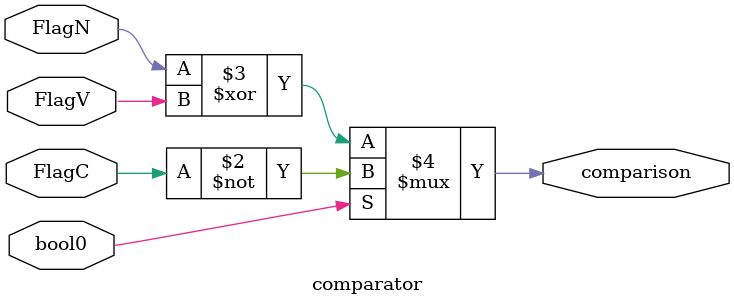
<source format=sv>
`timescale 1ns / 1ps


module comparator(
    input wire FlagN, FlagV, FlagC, bool0,
    output wire comparison
    );
    
    assign comparison = (bool0 == 1) ? (~FlagC) : (FlagN ^ FlagV);
    
endmodule

</source>
